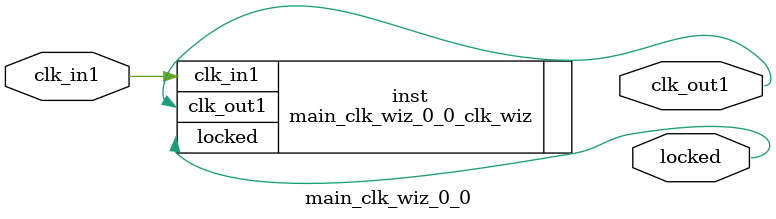
<source format=v>


`timescale 1ps/1ps

(* CORE_GENERATION_INFO = "main_clk_wiz_0_0,clk_wiz_v6_0_5_0_0,{component_name=main_clk_wiz_0_0,use_phase_alignment=true,use_min_o_jitter=false,use_max_i_jitter=false,use_dyn_phase_shift=false,use_inclk_switchover=false,use_dyn_reconfig=false,enable_axi=0,feedback_source=FDBK_AUTO,PRIMITIVE=MMCM,num_out_clk=1,clkin1_period=20.000,clkin2_period=10.0,use_power_down=false,use_reset=false,use_locked=true,use_inclk_stopped=false,feedback_type=SINGLE,CLOCK_MGR_TYPE=NA,manual_override=false}" *)

module main_clk_wiz_0_0 
 (
  // Clock out ports
  output        clk_out1,
  // Status and control signals
  output        locked,
 // Clock in ports
  input         clk_in1
 );

  main_clk_wiz_0_0_clk_wiz inst
  (
  // Clock out ports  
  .clk_out1(clk_out1),
  // Status and control signals               
  .locked(locked),
 // Clock in ports
  .clk_in1(clk_in1)
  );

endmodule

</source>
